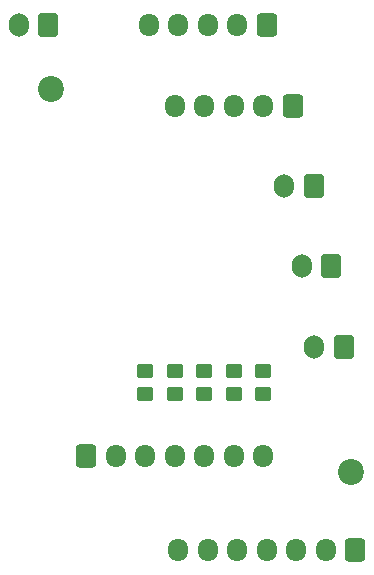
<source format=gbs>
%TF.GenerationSoftware,KiCad,Pcbnew,7.0.9*%
%TF.CreationDate,2023-12-16T21:23:10+01:00*%
%TF.ProjectId,LH_GripLogicBoard_FreeJoy,4c485f47-7269-4704-9c6f-676963426f61,rev?*%
%TF.SameCoordinates,Original*%
%TF.FileFunction,Soldermask,Bot*%
%TF.FilePolarity,Negative*%
%FSLAX46Y46*%
G04 Gerber Fmt 4.6, Leading zero omitted, Abs format (unit mm)*
G04 Created by KiCad (PCBNEW 7.0.9) date 2023-12-16 21:23:10*
%MOMM*%
%LPD*%
G01*
G04 APERTURE LIST*
G04 Aperture macros list*
%AMRoundRect*
0 Rectangle with rounded corners*
0 $1 Rounding radius*
0 $2 $3 $4 $5 $6 $7 $8 $9 X,Y pos of 4 corners*
0 Add a 4 corners polygon primitive as box body*
4,1,4,$2,$3,$4,$5,$6,$7,$8,$9,$2,$3,0*
0 Add four circle primitives for the rounded corners*
1,1,$1+$1,$2,$3*
1,1,$1+$1,$4,$5*
1,1,$1+$1,$6,$7*
1,1,$1+$1,$8,$9*
0 Add four rect primitives between the rounded corners*
20,1,$1+$1,$2,$3,$4,$5,0*
20,1,$1+$1,$4,$5,$6,$7,0*
20,1,$1+$1,$6,$7,$8,$9,0*
20,1,$1+$1,$8,$9,$2,$3,0*%
G04 Aperture macros list end*
%ADD10RoundRect,0.250000X0.600000X0.725000X-0.600000X0.725000X-0.600000X-0.725000X0.600000X-0.725000X0*%
%ADD11O,1.700000X1.950000*%
%ADD12RoundRect,0.250000X0.450000X-0.350000X0.450000X0.350000X-0.450000X0.350000X-0.450000X-0.350000X0*%
%ADD13RoundRect,0.250000X0.600000X0.750000X-0.600000X0.750000X-0.600000X-0.750000X0.600000X-0.750000X0*%
%ADD14O,1.700000X2.000000*%
%ADD15RoundRect,0.250000X-0.600000X-0.725000X0.600000X-0.725000X0.600000X0.725000X-0.600000X0.725000X0*%
%ADD16C,2.200000*%
G04 APERTURE END LIST*
D10*
X56680000Y-63428000D03*
D11*
X54180000Y-63428000D03*
X51680000Y-63428000D03*
X49180000Y-63428000D03*
X46680000Y-63428000D03*
X44180000Y-63428000D03*
X41680000Y-63428000D03*
D12*
X43889999Y-50260000D03*
X43889999Y-48260000D03*
D13*
X55700000Y-46250000D03*
D14*
X53200000Y-46250000D03*
D13*
X30700000Y-19035000D03*
D14*
X28200000Y-19035000D03*
D13*
X53160000Y-32640000D03*
D14*
X50660000Y-32640000D03*
D12*
X46390000Y-50260000D03*
X46390000Y-48260000D03*
D13*
X54630000Y-39440000D03*
D14*
X52130000Y-39440000D03*
D10*
X49180000Y-19030000D03*
D11*
X46680000Y-19030000D03*
X44180000Y-19030000D03*
X41680000Y-19030000D03*
X39180000Y-19030000D03*
D12*
X41389999Y-50260000D03*
X41389999Y-48260000D03*
X38889999Y-50260000D03*
X38889999Y-48260000D03*
D10*
X51390000Y-25830000D03*
D11*
X48890000Y-25830000D03*
X46390000Y-25830000D03*
X43890000Y-25830000D03*
X41390000Y-25830000D03*
D12*
X48890000Y-50260000D03*
X48890000Y-48260000D03*
D15*
X33890000Y-55520000D03*
D11*
X36390000Y-55520000D03*
X38890000Y-55520000D03*
X41390000Y-55520000D03*
X43890000Y-55520000D03*
X46390000Y-55520000D03*
X48890000Y-55520000D03*
D16*
X56310000Y-56850000D03*
X30930000Y-24390000D03*
M02*

</source>
